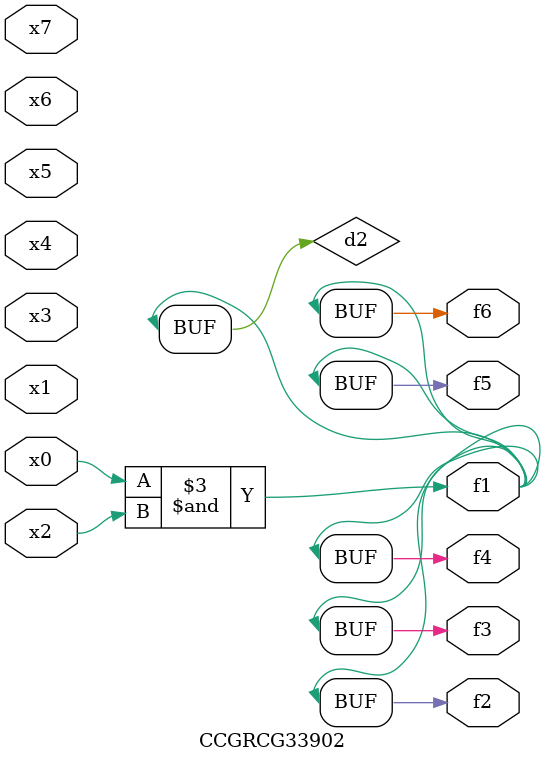
<source format=v>
module CCGRCG33902(
	input x0, x1, x2, x3, x4, x5, x6, x7,
	output f1, f2, f3, f4, f5, f6
);

	wire d1, d2;

	nor (d1, x3, x6);
	and (d2, x0, x2);
	assign f1 = d2;
	assign f2 = d2;
	assign f3 = d2;
	assign f4 = d2;
	assign f5 = d2;
	assign f6 = d2;
endmodule

</source>
